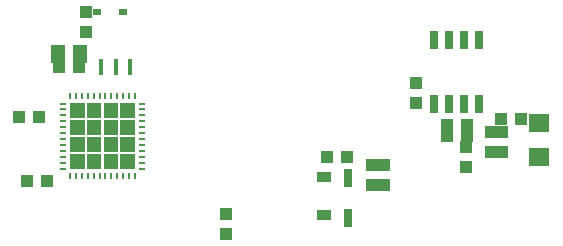
<source format=gbr>
G04 EAGLE Gerber RS-274X export*
G75*
%MOMM*%
%FSLAX34Y34*%
%LPD*%
%INSolderpaste Bottom*%
%IPPOS*%
%AMOC8*
5,1,8,0,0,1.08239X$1,22.5*%
G01*
%ADD10R,0.400000X1.399997*%
%ADD11R,1.000000X1.100000*%
%ADD12R,0.254000X0.550000*%
%ADD13R,0.550000X0.254000*%
%ADD14R,1.100000X1.000000*%
%ADD15R,0.800000X0.500000*%
%ADD16R,1.803000X1.600000*%
%ADD17R,0.650000X1.528000*%
%ADD18R,0.800000X1.600000*%
%ADD19R,1.300000X1.500000*%
%ADD20R,1.220000X0.915000*%

G36*
X-123363Y102411D02*
X-123363Y102411D01*
X-123360Y102410D01*
X-123317Y102430D01*
X-123274Y102449D01*
X-123273Y102451D01*
X-123271Y102452D01*
X-123238Y102537D01*
X-123238Y114761D01*
X-123239Y114763D01*
X-123238Y114765D01*
X-123258Y114808D01*
X-123277Y114851D01*
X-123279Y114852D01*
X-123280Y114854D01*
X-123365Y114887D01*
X-135589Y114887D01*
X-135591Y114886D01*
X-135593Y114887D01*
X-135636Y114867D01*
X-135679Y114848D01*
X-135680Y114846D01*
X-135682Y114845D01*
X-135715Y114761D01*
X-135715Y102537D01*
X-135714Y102535D01*
X-135715Y102532D01*
X-135695Y102489D01*
X-135676Y102446D01*
X-135674Y102445D01*
X-135673Y102443D01*
X-135589Y102410D01*
X-123365Y102410D01*
X-123363Y102411D01*
G37*
G36*
X-137587Y102411D02*
X-137587Y102411D01*
X-137584Y102410D01*
X-137541Y102430D01*
X-137498Y102449D01*
X-137497Y102451D01*
X-137495Y102452D01*
X-137462Y102537D01*
X-137462Y114761D01*
X-137463Y114763D01*
X-137462Y114765D01*
X-137482Y114808D01*
X-137501Y114851D01*
X-137503Y114852D01*
X-137504Y114854D01*
X-137589Y114887D01*
X-149813Y114887D01*
X-149815Y114886D01*
X-149817Y114887D01*
X-149860Y114867D01*
X-149903Y114848D01*
X-149904Y114846D01*
X-149906Y114845D01*
X-149939Y114761D01*
X-149939Y102537D01*
X-149938Y102535D01*
X-149939Y102532D01*
X-149919Y102489D01*
X-149900Y102446D01*
X-149898Y102445D01*
X-149897Y102443D01*
X-149813Y102410D01*
X-137589Y102410D01*
X-137587Y102411D01*
G37*
G36*
X-151811Y102411D02*
X-151811Y102411D01*
X-151808Y102410D01*
X-151765Y102430D01*
X-151722Y102449D01*
X-151721Y102451D01*
X-151719Y102452D01*
X-151686Y102537D01*
X-151686Y114761D01*
X-151687Y114763D01*
X-151686Y114765D01*
X-151706Y114808D01*
X-151725Y114851D01*
X-151727Y114852D01*
X-151728Y114854D01*
X-151813Y114887D01*
X-164037Y114887D01*
X-164039Y114886D01*
X-164041Y114887D01*
X-164084Y114867D01*
X-164127Y114848D01*
X-164128Y114846D01*
X-164130Y114845D01*
X-164163Y114761D01*
X-164163Y102537D01*
X-164162Y102535D01*
X-164163Y102532D01*
X-164143Y102489D01*
X-164124Y102446D01*
X-164122Y102445D01*
X-164121Y102443D01*
X-164037Y102410D01*
X-151813Y102410D01*
X-151811Y102411D01*
G37*
G36*
X-166035Y102411D02*
X-166035Y102411D01*
X-166032Y102410D01*
X-165989Y102430D01*
X-165946Y102449D01*
X-165945Y102451D01*
X-165943Y102452D01*
X-165910Y102537D01*
X-165910Y114761D01*
X-165911Y114763D01*
X-165910Y114765D01*
X-165930Y114808D01*
X-165949Y114851D01*
X-165951Y114852D01*
X-165952Y114854D01*
X-166037Y114887D01*
X-178261Y114887D01*
X-178263Y114886D01*
X-178265Y114887D01*
X-178308Y114867D01*
X-178351Y114848D01*
X-178352Y114846D01*
X-178354Y114845D01*
X-178387Y114761D01*
X-178387Y102537D01*
X-178386Y102535D01*
X-178387Y102532D01*
X-178367Y102489D01*
X-178348Y102446D01*
X-178346Y102445D01*
X-178345Y102443D01*
X-178261Y102410D01*
X-166037Y102410D01*
X-166035Y102411D01*
G37*
G36*
X-123363Y88187D02*
X-123363Y88187D01*
X-123360Y88186D01*
X-123317Y88206D01*
X-123274Y88225D01*
X-123273Y88227D01*
X-123271Y88228D01*
X-123238Y88313D01*
X-123238Y100537D01*
X-123239Y100539D01*
X-123238Y100541D01*
X-123258Y100584D01*
X-123277Y100627D01*
X-123279Y100628D01*
X-123280Y100630D01*
X-123365Y100663D01*
X-135589Y100663D01*
X-135591Y100662D01*
X-135593Y100663D01*
X-135636Y100643D01*
X-135679Y100624D01*
X-135680Y100622D01*
X-135682Y100621D01*
X-135715Y100537D01*
X-135715Y88313D01*
X-135714Y88311D01*
X-135715Y88308D01*
X-135695Y88265D01*
X-135676Y88222D01*
X-135674Y88221D01*
X-135673Y88219D01*
X-135589Y88186D01*
X-123365Y88186D01*
X-123363Y88187D01*
G37*
G36*
X-166035Y88187D02*
X-166035Y88187D01*
X-166032Y88186D01*
X-165989Y88206D01*
X-165946Y88225D01*
X-165945Y88227D01*
X-165943Y88228D01*
X-165910Y88313D01*
X-165910Y100537D01*
X-165911Y100539D01*
X-165910Y100541D01*
X-165930Y100584D01*
X-165949Y100627D01*
X-165951Y100628D01*
X-165952Y100630D01*
X-166037Y100663D01*
X-178261Y100663D01*
X-178263Y100662D01*
X-178265Y100663D01*
X-178308Y100643D01*
X-178351Y100624D01*
X-178352Y100622D01*
X-178354Y100621D01*
X-178387Y100537D01*
X-178387Y88313D01*
X-178386Y88311D01*
X-178387Y88308D01*
X-178367Y88265D01*
X-178348Y88222D01*
X-178346Y88221D01*
X-178345Y88219D01*
X-178261Y88186D01*
X-166037Y88186D01*
X-166035Y88187D01*
G37*
G36*
X-151811Y88187D02*
X-151811Y88187D01*
X-151808Y88186D01*
X-151765Y88206D01*
X-151722Y88225D01*
X-151721Y88227D01*
X-151719Y88228D01*
X-151686Y88313D01*
X-151686Y100537D01*
X-151687Y100539D01*
X-151686Y100541D01*
X-151706Y100584D01*
X-151725Y100627D01*
X-151727Y100628D01*
X-151728Y100630D01*
X-151813Y100663D01*
X-164037Y100663D01*
X-164039Y100662D01*
X-164041Y100663D01*
X-164084Y100643D01*
X-164127Y100624D01*
X-164128Y100622D01*
X-164130Y100621D01*
X-164163Y100537D01*
X-164163Y88313D01*
X-164162Y88311D01*
X-164163Y88308D01*
X-164143Y88265D01*
X-164124Y88222D01*
X-164122Y88221D01*
X-164121Y88219D01*
X-164037Y88186D01*
X-151813Y88186D01*
X-151811Y88187D01*
G37*
G36*
X-137587Y88187D02*
X-137587Y88187D01*
X-137584Y88186D01*
X-137541Y88206D01*
X-137498Y88225D01*
X-137497Y88227D01*
X-137495Y88228D01*
X-137462Y88313D01*
X-137462Y100537D01*
X-137463Y100539D01*
X-137462Y100541D01*
X-137482Y100584D01*
X-137501Y100627D01*
X-137503Y100628D01*
X-137504Y100630D01*
X-137589Y100663D01*
X-149813Y100663D01*
X-149815Y100662D01*
X-149817Y100663D01*
X-149860Y100643D01*
X-149903Y100624D01*
X-149904Y100622D01*
X-149906Y100621D01*
X-149939Y100537D01*
X-149939Y88313D01*
X-149938Y88311D01*
X-149939Y88308D01*
X-149919Y88265D01*
X-149900Y88222D01*
X-149898Y88221D01*
X-149897Y88219D01*
X-149813Y88186D01*
X-137589Y88186D01*
X-137587Y88187D01*
G37*
G36*
X-151811Y73963D02*
X-151811Y73963D01*
X-151808Y73962D01*
X-151765Y73982D01*
X-151722Y74001D01*
X-151721Y74003D01*
X-151719Y74004D01*
X-151686Y74089D01*
X-151686Y86313D01*
X-151687Y86315D01*
X-151686Y86317D01*
X-151706Y86360D01*
X-151725Y86403D01*
X-151727Y86404D01*
X-151728Y86406D01*
X-151813Y86439D01*
X-164037Y86439D01*
X-164039Y86438D01*
X-164041Y86439D01*
X-164084Y86419D01*
X-164127Y86400D01*
X-164128Y86398D01*
X-164130Y86397D01*
X-164163Y86313D01*
X-164163Y74089D01*
X-164162Y74087D01*
X-164163Y74084D01*
X-164143Y74041D01*
X-164124Y73998D01*
X-164122Y73997D01*
X-164121Y73995D01*
X-164037Y73962D01*
X-151813Y73962D01*
X-151811Y73963D01*
G37*
G36*
X-123363Y73963D02*
X-123363Y73963D01*
X-123360Y73962D01*
X-123317Y73982D01*
X-123274Y74001D01*
X-123273Y74003D01*
X-123271Y74004D01*
X-123238Y74089D01*
X-123238Y86313D01*
X-123239Y86315D01*
X-123238Y86317D01*
X-123258Y86360D01*
X-123277Y86403D01*
X-123279Y86404D01*
X-123280Y86406D01*
X-123365Y86439D01*
X-135589Y86439D01*
X-135591Y86438D01*
X-135593Y86439D01*
X-135636Y86419D01*
X-135679Y86400D01*
X-135680Y86398D01*
X-135682Y86397D01*
X-135715Y86313D01*
X-135715Y74089D01*
X-135714Y74087D01*
X-135715Y74084D01*
X-135695Y74041D01*
X-135676Y73998D01*
X-135674Y73997D01*
X-135673Y73995D01*
X-135589Y73962D01*
X-123365Y73962D01*
X-123363Y73963D01*
G37*
G36*
X-137587Y73963D02*
X-137587Y73963D01*
X-137584Y73962D01*
X-137541Y73982D01*
X-137498Y74001D01*
X-137497Y74003D01*
X-137495Y74004D01*
X-137462Y74089D01*
X-137462Y86313D01*
X-137463Y86315D01*
X-137462Y86317D01*
X-137482Y86360D01*
X-137501Y86403D01*
X-137503Y86404D01*
X-137504Y86406D01*
X-137589Y86439D01*
X-149813Y86439D01*
X-149815Y86438D01*
X-149817Y86439D01*
X-149860Y86419D01*
X-149903Y86400D01*
X-149904Y86398D01*
X-149906Y86397D01*
X-149939Y86313D01*
X-149939Y74089D01*
X-149938Y74087D01*
X-149939Y74084D01*
X-149919Y74041D01*
X-149900Y73998D01*
X-149898Y73997D01*
X-149897Y73995D01*
X-149813Y73962D01*
X-137589Y73962D01*
X-137587Y73963D01*
G37*
G36*
X-166035Y73963D02*
X-166035Y73963D01*
X-166032Y73962D01*
X-165989Y73982D01*
X-165946Y74001D01*
X-165945Y74003D01*
X-165943Y74004D01*
X-165910Y74089D01*
X-165910Y86313D01*
X-165911Y86315D01*
X-165910Y86317D01*
X-165930Y86360D01*
X-165949Y86403D01*
X-165951Y86404D01*
X-165952Y86406D01*
X-166037Y86439D01*
X-178261Y86439D01*
X-178263Y86438D01*
X-178265Y86439D01*
X-178308Y86419D01*
X-178351Y86400D01*
X-178352Y86398D01*
X-178354Y86397D01*
X-178387Y86313D01*
X-178387Y74089D01*
X-178386Y74087D01*
X-178387Y74084D01*
X-178367Y74041D01*
X-178348Y73998D01*
X-178346Y73997D01*
X-178345Y73995D01*
X-178261Y73962D01*
X-166037Y73962D01*
X-166035Y73963D01*
G37*
G36*
X-137587Y59739D02*
X-137587Y59739D01*
X-137584Y59738D01*
X-137541Y59758D01*
X-137498Y59777D01*
X-137497Y59779D01*
X-137495Y59780D01*
X-137462Y59865D01*
X-137462Y72089D01*
X-137463Y72091D01*
X-137462Y72093D01*
X-137482Y72136D01*
X-137501Y72179D01*
X-137503Y72180D01*
X-137504Y72182D01*
X-137589Y72215D01*
X-149813Y72215D01*
X-149815Y72214D01*
X-149817Y72215D01*
X-149860Y72195D01*
X-149903Y72176D01*
X-149904Y72174D01*
X-149906Y72173D01*
X-149939Y72089D01*
X-149939Y59865D01*
X-149938Y59863D01*
X-149939Y59860D01*
X-149919Y59817D01*
X-149900Y59774D01*
X-149898Y59773D01*
X-149897Y59771D01*
X-149813Y59738D01*
X-137589Y59738D01*
X-137587Y59739D01*
G37*
G36*
X-151811Y59739D02*
X-151811Y59739D01*
X-151808Y59738D01*
X-151765Y59758D01*
X-151722Y59777D01*
X-151721Y59779D01*
X-151719Y59780D01*
X-151686Y59865D01*
X-151686Y72089D01*
X-151687Y72091D01*
X-151686Y72093D01*
X-151706Y72136D01*
X-151725Y72179D01*
X-151727Y72180D01*
X-151728Y72182D01*
X-151813Y72215D01*
X-164037Y72215D01*
X-164039Y72214D01*
X-164041Y72215D01*
X-164084Y72195D01*
X-164127Y72176D01*
X-164128Y72174D01*
X-164130Y72173D01*
X-164163Y72089D01*
X-164163Y59865D01*
X-164162Y59863D01*
X-164163Y59860D01*
X-164143Y59817D01*
X-164124Y59774D01*
X-164122Y59773D01*
X-164121Y59771D01*
X-164037Y59738D01*
X-151813Y59738D01*
X-151811Y59739D01*
G37*
G36*
X-166035Y59739D02*
X-166035Y59739D01*
X-166032Y59738D01*
X-165989Y59758D01*
X-165946Y59777D01*
X-165945Y59779D01*
X-165943Y59780D01*
X-165910Y59865D01*
X-165910Y72089D01*
X-165911Y72091D01*
X-165910Y72093D01*
X-165930Y72136D01*
X-165949Y72179D01*
X-165951Y72180D01*
X-165952Y72182D01*
X-166037Y72215D01*
X-178261Y72215D01*
X-178263Y72214D01*
X-178265Y72215D01*
X-178308Y72195D01*
X-178351Y72176D01*
X-178352Y72174D01*
X-178354Y72173D01*
X-178387Y72089D01*
X-178387Y59865D01*
X-178386Y59863D01*
X-178387Y59860D01*
X-178367Y59817D01*
X-178348Y59774D01*
X-178346Y59773D01*
X-178345Y59771D01*
X-178261Y59738D01*
X-166037Y59738D01*
X-166035Y59739D01*
G37*
G36*
X-123363Y59739D02*
X-123363Y59739D01*
X-123360Y59738D01*
X-123317Y59758D01*
X-123274Y59777D01*
X-123273Y59779D01*
X-123271Y59780D01*
X-123238Y59865D01*
X-123238Y72089D01*
X-123239Y72091D01*
X-123238Y72093D01*
X-123258Y72136D01*
X-123277Y72179D01*
X-123279Y72180D01*
X-123280Y72182D01*
X-123365Y72215D01*
X-135589Y72215D01*
X-135591Y72214D01*
X-135593Y72215D01*
X-135636Y72195D01*
X-135679Y72176D01*
X-135680Y72174D01*
X-135682Y72173D01*
X-135715Y72089D01*
X-135715Y59865D01*
X-135714Y59863D01*
X-135715Y59860D01*
X-135695Y59817D01*
X-135676Y59774D01*
X-135674Y59773D01*
X-135673Y59771D01*
X-135589Y59738D01*
X-123365Y59738D01*
X-123363Y59739D01*
G37*
D10*
X-151700Y146050D03*
X-139700Y146050D03*
X-127700Y146050D03*
D11*
X-214875Y49213D03*
X-197875Y49213D03*
D12*
X-178320Y121113D03*
X-173319Y121113D03*
X-168317Y121113D03*
X-163316Y121113D03*
X-158315Y121113D03*
X-153314Y121113D03*
X-148312Y121113D03*
X-143311Y121113D03*
X-138310Y121113D03*
X-133309Y121113D03*
X-128307Y121113D03*
X-123306Y121113D03*
D13*
X-117013Y114820D03*
X-117013Y109819D03*
X-117013Y104817D03*
X-117013Y99816D03*
X-117013Y94815D03*
X-117013Y89814D03*
X-117013Y84812D03*
X-117013Y79811D03*
X-117013Y74810D03*
X-117013Y69809D03*
X-117013Y64807D03*
X-117013Y59806D03*
D12*
X-123306Y53513D03*
X-128307Y53513D03*
X-133309Y53513D03*
X-138310Y53513D03*
X-143311Y53513D03*
X-148312Y53513D03*
X-153314Y53513D03*
X-158315Y53513D03*
X-163316Y53513D03*
X-168317Y53513D03*
X-173319Y53513D03*
X-178320Y53513D03*
D13*
X-184613Y59806D03*
X-184613Y64807D03*
X-184613Y69809D03*
X-184613Y74810D03*
X-184613Y79811D03*
X-184613Y84812D03*
X-184613Y89814D03*
X-184613Y94815D03*
X-184613Y99816D03*
X-184613Y104817D03*
X-184613Y109819D03*
X-184613Y114820D03*
D11*
X87313Y45475D03*
X87313Y62475D03*
X186763Y101600D03*
X203763Y101600D03*
D14*
X157163Y78350D03*
X157163Y61350D03*
D11*
X-204225Y103188D03*
X-221225Y103188D03*
D14*
X-46038Y4200D03*
X-46038Y21200D03*
X-187888Y146050D03*
X-170888Y146050D03*
X-165100Y192650D03*
X-165100Y175650D03*
D15*
X-155463Y192088D03*
X-133463Y192088D03*
D11*
X56125Y69850D03*
X39125Y69850D03*
D16*
X219075Y98358D03*
X219075Y69918D03*
D14*
X177800Y74050D03*
X177800Y91050D03*
D11*
X140725Y87313D03*
X157725Y87313D03*
D14*
X157725Y96838D03*
X140725Y96838D03*
D17*
X130175Y168398D03*
X142875Y168398D03*
X155575Y168398D03*
X168275Y168398D03*
X168275Y114178D03*
X155575Y114178D03*
X142875Y114178D03*
X130175Y114178D03*
D11*
X77788Y45475D03*
X77788Y62475D03*
X187325Y91050D03*
X187325Y74050D03*
X114300Y132325D03*
X114300Y115325D03*
D18*
X57150Y51925D03*
X57150Y17925D03*
D19*
X-188888Y157163D03*
X-169888Y157163D03*
D20*
X36513Y20138D03*
X36513Y52888D03*
M02*

</source>
